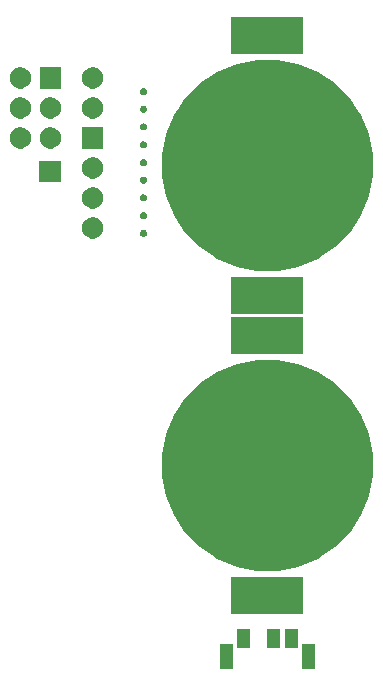
<source format=gbr>
G04 #@! TF.GenerationSoftware,KiCad,Pcbnew,(5.1.6)-1*
G04 #@! TF.CreationDate,2020-06-16T20:45:44-04:00*
G04 #@! TF.ProjectId,SRF Pendants,53524620-5065-46e6-9461-6e74732e6b69,rev?*
G04 #@! TF.SameCoordinates,Original*
G04 #@! TF.FileFunction,Soldermask,Top*
G04 #@! TF.FilePolarity,Negative*
%FSLAX46Y46*%
G04 Gerber Fmt 4.6, Leading zero omitted, Abs format (unit mm)*
G04 Created by KiCad (PCBNEW (5.1.6)-1) date 2020-06-16 20:45:44*
%MOMM*%
%LPD*%
G01*
G04 APERTURE LIST*
%ADD10C,0.100000*%
G04 APERTURE END LIST*
D10*
G36*
X93551000Y-148151000D02*
G01*
X92449000Y-148151000D01*
X92449000Y-146049000D01*
X93551000Y-146049000D01*
X93551000Y-148151000D01*
G37*
G36*
X86551000Y-148151000D02*
G01*
X85449000Y-148151000D01*
X85449000Y-146049000D01*
X86551000Y-146049000D01*
X86551000Y-148151000D01*
G37*
G36*
X88051000Y-146401000D02*
G01*
X86949000Y-146401000D01*
X86949000Y-144799000D01*
X88051000Y-144799000D01*
X88051000Y-146401000D01*
G37*
G36*
X90551000Y-146401000D02*
G01*
X89449000Y-146401000D01*
X89449000Y-144799000D01*
X90551000Y-144799000D01*
X90551000Y-146401000D01*
G37*
G36*
X92051000Y-146401000D02*
G01*
X90949000Y-146401000D01*
X90949000Y-144799000D01*
X92051000Y-144799000D01*
X92051000Y-146401000D01*
G37*
G36*
X92551000Y-143451000D02*
G01*
X86449000Y-143451000D01*
X86449000Y-140349000D01*
X92551000Y-140349000D01*
X92551000Y-143451000D01*
G37*
G36*
X92110909Y-122292981D02*
G01*
X93739887Y-122967726D01*
X93739888Y-122967727D01*
X95205930Y-123947304D01*
X96452696Y-125194070D01*
X97107228Y-126173648D01*
X97432274Y-126660113D01*
X98107019Y-128289091D01*
X98451000Y-130018402D01*
X98451000Y-131781598D01*
X98107019Y-133510909D01*
X97432274Y-135139887D01*
X97432273Y-135139888D01*
X96452696Y-136605930D01*
X95205930Y-137852696D01*
X94226352Y-138507228D01*
X93739887Y-138832274D01*
X92110909Y-139507019D01*
X90381598Y-139851000D01*
X88618402Y-139851000D01*
X86889091Y-139507019D01*
X85260113Y-138832274D01*
X84773648Y-138507228D01*
X83794070Y-137852696D01*
X82547304Y-136605930D01*
X81567727Y-135139888D01*
X81567726Y-135139887D01*
X80892981Y-133510909D01*
X80549000Y-131781598D01*
X80549000Y-130018402D01*
X80892981Y-128289091D01*
X81567726Y-126660113D01*
X81892772Y-126173648D01*
X82547304Y-125194070D01*
X83794070Y-123947304D01*
X85260112Y-122967727D01*
X85260113Y-122967726D01*
X86889091Y-122292981D01*
X88618402Y-121949000D01*
X90381598Y-121949000D01*
X92110909Y-122292981D01*
G37*
G36*
X92551000Y-121451000D02*
G01*
X86449000Y-121451000D01*
X86449000Y-118349000D01*
X92551000Y-118349000D01*
X92551000Y-121451000D01*
G37*
G36*
X92551000Y-118051000D02*
G01*
X86449000Y-118051000D01*
X86449000Y-114949000D01*
X92551000Y-114949000D01*
X92551000Y-118051000D01*
G37*
G36*
X92110909Y-96892981D02*
G01*
X93739887Y-97567726D01*
X93739888Y-97567727D01*
X95205930Y-98547304D01*
X96452696Y-99794070D01*
X96996162Y-100607425D01*
X97432274Y-101260113D01*
X98107019Y-102889091D01*
X98451000Y-104618402D01*
X98451000Y-106381598D01*
X98107019Y-108110909D01*
X97432274Y-109739887D01*
X97366852Y-109837798D01*
X96452696Y-111205930D01*
X95205930Y-112452696D01*
X94226352Y-113107228D01*
X93739887Y-113432274D01*
X92110909Y-114107019D01*
X90381598Y-114451000D01*
X88618402Y-114451000D01*
X86889091Y-114107019D01*
X85260113Y-113432274D01*
X84773648Y-113107228D01*
X83794070Y-112452696D01*
X82547304Y-111205930D01*
X81633148Y-109837798D01*
X81567726Y-109739887D01*
X80892981Y-108110909D01*
X80549000Y-106381598D01*
X80549000Y-104618402D01*
X80892981Y-102889091D01*
X81567726Y-101260113D01*
X82003838Y-100607425D01*
X82547304Y-99794070D01*
X83794070Y-98547304D01*
X85260112Y-97567727D01*
X85260113Y-97567726D01*
X86889091Y-96892981D01*
X88618402Y-96549000D01*
X90381598Y-96549000D01*
X92110909Y-96892981D01*
G37*
G36*
X74813512Y-109903927D02*
G01*
X74962812Y-109933624D01*
X75126784Y-110001544D01*
X75274354Y-110100147D01*
X75399853Y-110225646D01*
X75498456Y-110373216D01*
X75566376Y-110537188D01*
X75601000Y-110711259D01*
X75601000Y-110888741D01*
X75566376Y-111062812D01*
X75498456Y-111226784D01*
X75399853Y-111374354D01*
X75274354Y-111499853D01*
X75126784Y-111598456D01*
X74962812Y-111666376D01*
X74813512Y-111696073D01*
X74788742Y-111701000D01*
X74611258Y-111701000D01*
X74586488Y-111696073D01*
X74437188Y-111666376D01*
X74273216Y-111598456D01*
X74125646Y-111499853D01*
X74000147Y-111374354D01*
X73901544Y-111226784D01*
X73833624Y-111062812D01*
X73799000Y-110888741D01*
X73799000Y-110711259D01*
X73833624Y-110537188D01*
X73901544Y-110373216D01*
X74000147Y-110225646D01*
X74125646Y-110100147D01*
X74273216Y-110001544D01*
X74437188Y-109933624D01*
X74586488Y-109903927D01*
X74611258Y-109899000D01*
X74788742Y-109899000D01*
X74813512Y-109903927D01*
G37*
G36*
X79087797Y-110960567D02*
G01*
X79142575Y-110983257D01*
X79142577Y-110983258D01*
X79191876Y-111016198D01*
X79233802Y-111058124D01*
X79236934Y-111062812D01*
X79266743Y-111107425D01*
X79289433Y-111162203D01*
X79301000Y-111220353D01*
X79301000Y-111279647D01*
X79289433Y-111337797D01*
X79274291Y-111374353D01*
X79266742Y-111392577D01*
X79233802Y-111441876D01*
X79191876Y-111483802D01*
X79142577Y-111516742D01*
X79142576Y-111516743D01*
X79142575Y-111516743D01*
X79087797Y-111539433D01*
X79029647Y-111551000D01*
X78970353Y-111551000D01*
X78912203Y-111539433D01*
X78857425Y-111516743D01*
X78857424Y-111516743D01*
X78857423Y-111516742D01*
X78808124Y-111483802D01*
X78766198Y-111441876D01*
X78733258Y-111392577D01*
X78725709Y-111374353D01*
X78710567Y-111337797D01*
X78699000Y-111279647D01*
X78699000Y-111220353D01*
X78710567Y-111162203D01*
X78733257Y-111107425D01*
X78763066Y-111062812D01*
X78766198Y-111058124D01*
X78808124Y-111016198D01*
X78857423Y-110983258D01*
X78857425Y-110983257D01*
X78912203Y-110960567D01*
X78970353Y-110949000D01*
X79029647Y-110949000D01*
X79087797Y-110960567D01*
G37*
G36*
X79087797Y-109460567D02*
G01*
X79142575Y-109483257D01*
X79142577Y-109483258D01*
X79191876Y-109516198D01*
X79233802Y-109558124D01*
X79266742Y-109607423D01*
X79266743Y-109607425D01*
X79289433Y-109662203D01*
X79301000Y-109720353D01*
X79301000Y-109779647D01*
X79289433Y-109837797D01*
X79266743Y-109892575D01*
X79266742Y-109892577D01*
X79233802Y-109941876D01*
X79191876Y-109983802D01*
X79142577Y-110016742D01*
X79142576Y-110016743D01*
X79142575Y-110016743D01*
X79087797Y-110039433D01*
X79029647Y-110051000D01*
X78970353Y-110051000D01*
X78912203Y-110039433D01*
X78857425Y-110016743D01*
X78857424Y-110016743D01*
X78857423Y-110016742D01*
X78808124Y-109983802D01*
X78766198Y-109941876D01*
X78733258Y-109892577D01*
X78733257Y-109892575D01*
X78710567Y-109837797D01*
X78699000Y-109779647D01*
X78699000Y-109720353D01*
X78710567Y-109662203D01*
X78733257Y-109607425D01*
X78733258Y-109607423D01*
X78766198Y-109558124D01*
X78808124Y-109516198D01*
X78857423Y-109483258D01*
X78857425Y-109483257D01*
X78912203Y-109460567D01*
X78970353Y-109449000D01*
X79029647Y-109449000D01*
X79087797Y-109460567D01*
G37*
G36*
X74813512Y-107363927D02*
G01*
X74962812Y-107393624D01*
X75126784Y-107461544D01*
X75274354Y-107560147D01*
X75399853Y-107685646D01*
X75498456Y-107833216D01*
X75566376Y-107997188D01*
X75588303Y-108107425D01*
X75599199Y-108162202D01*
X75601000Y-108171259D01*
X75601000Y-108348741D01*
X75566376Y-108522812D01*
X75498456Y-108686784D01*
X75399853Y-108834354D01*
X75274354Y-108959853D01*
X75126784Y-109058456D01*
X74962812Y-109126376D01*
X74813512Y-109156073D01*
X74788742Y-109161000D01*
X74611258Y-109161000D01*
X74586488Y-109156073D01*
X74437188Y-109126376D01*
X74273216Y-109058456D01*
X74125646Y-108959853D01*
X74000147Y-108834354D01*
X73901544Y-108686784D01*
X73833624Y-108522812D01*
X73799000Y-108348741D01*
X73799000Y-108171259D01*
X73800802Y-108162202D01*
X73811697Y-108107425D01*
X73833624Y-107997188D01*
X73901544Y-107833216D01*
X74000147Y-107685646D01*
X74125646Y-107560147D01*
X74273216Y-107461544D01*
X74437188Y-107393624D01*
X74586488Y-107363927D01*
X74611258Y-107359000D01*
X74788742Y-107359000D01*
X74813512Y-107363927D01*
G37*
G36*
X79087797Y-107960567D02*
G01*
X79142575Y-107983257D01*
X79142577Y-107983258D01*
X79191876Y-108016198D01*
X79233802Y-108058124D01*
X79266742Y-108107423D01*
X79266743Y-108107425D01*
X79289433Y-108162203D01*
X79301000Y-108220353D01*
X79301000Y-108279647D01*
X79289433Y-108337797D01*
X79284899Y-108348742D01*
X79266742Y-108392577D01*
X79233802Y-108441876D01*
X79191876Y-108483802D01*
X79142577Y-108516742D01*
X79142576Y-108516743D01*
X79142575Y-108516743D01*
X79087797Y-108539433D01*
X79029647Y-108551000D01*
X78970353Y-108551000D01*
X78912203Y-108539433D01*
X78857425Y-108516743D01*
X78857424Y-108516743D01*
X78857423Y-108516742D01*
X78808124Y-108483802D01*
X78766198Y-108441876D01*
X78733258Y-108392577D01*
X78715101Y-108348742D01*
X78710567Y-108337797D01*
X78699000Y-108279647D01*
X78699000Y-108220353D01*
X78710567Y-108162203D01*
X78733257Y-108107425D01*
X78733258Y-108107423D01*
X78766198Y-108058124D01*
X78808124Y-108016198D01*
X78857423Y-107983258D01*
X78857425Y-107983257D01*
X78912203Y-107960567D01*
X78970353Y-107949000D01*
X79029647Y-107949000D01*
X79087797Y-107960567D01*
G37*
G36*
X79087797Y-106460567D02*
G01*
X79142575Y-106483257D01*
X79142577Y-106483258D01*
X79191876Y-106516198D01*
X79233802Y-106558124D01*
X79252678Y-106586375D01*
X79266743Y-106607425D01*
X79289433Y-106662203D01*
X79301000Y-106720353D01*
X79301000Y-106779647D01*
X79289433Y-106837797D01*
X79266743Y-106892575D01*
X79266742Y-106892577D01*
X79233802Y-106941876D01*
X79191876Y-106983802D01*
X79142577Y-107016742D01*
X79142576Y-107016743D01*
X79142575Y-107016743D01*
X79087797Y-107039433D01*
X79029647Y-107051000D01*
X78970353Y-107051000D01*
X78912203Y-107039433D01*
X78857425Y-107016743D01*
X78857424Y-107016743D01*
X78857423Y-107016742D01*
X78808124Y-106983802D01*
X78766198Y-106941876D01*
X78733258Y-106892577D01*
X78733257Y-106892575D01*
X78710567Y-106837797D01*
X78699000Y-106779647D01*
X78699000Y-106720353D01*
X78710567Y-106662203D01*
X78733257Y-106607425D01*
X78747322Y-106586375D01*
X78766198Y-106558124D01*
X78808124Y-106516198D01*
X78857423Y-106483258D01*
X78857425Y-106483257D01*
X78912203Y-106460567D01*
X78970353Y-106449000D01*
X79029647Y-106449000D01*
X79087797Y-106460567D01*
G37*
G36*
X72001000Y-106901000D02*
G01*
X70199000Y-106901000D01*
X70199000Y-105099000D01*
X72001000Y-105099000D01*
X72001000Y-106901000D01*
G37*
G36*
X74813512Y-104823927D02*
G01*
X74962812Y-104853624D01*
X75126784Y-104921544D01*
X75274354Y-105020147D01*
X75399853Y-105145646D01*
X75498456Y-105293216D01*
X75566376Y-105457188D01*
X75601000Y-105631259D01*
X75601000Y-105808741D01*
X75566376Y-105982812D01*
X75498456Y-106146784D01*
X75399853Y-106294354D01*
X75274354Y-106419853D01*
X75126784Y-106518456D01*
X74962812Y-106586376D01*
X74813512Y-106616073D01*
X74788742Y-106621000D01*
X74611258Y-106621000D01*
X74586488Y-106616073D01*
X74437188Y-106586376D01*
X74273216Y-106518456D01*
X74125646Y-106419853D01*
X74000147Y-106294354D01*
X73901544Y-106146784D01*
X73833624Y-105982812D01*
X73799000Y-105808741D01*
X73799000Y-105631259D01*
X73833624Y-105457188D01*
X73901544Y-105293216D01*
X74000147Y-105145646D01*
X74125646Y-105020147D01*
X74273216Y-104921544D01*
X74437188Y-104853624D01*
X74586488Y-104823927D01*
X74611258Y-104819000D01*
X74788742Y-104819000D01*
X74813512Y-104823927D01*
G37*
G36*
X79087797Y-104960567D02*
G01*
X79142575Y-104983257D01*
X79142577Y-104983258D01*
X79191876Y-105016198D01*
X79233802Y-105058124D01*
X79261114Y-105099000D01*
X79266743Y-105107425D01*
X79289433Y-105162203D01*
X79301000Y-105220353D01*
X79301000Y-105279647D01*
X79289433Y-105337797D01*
X79266743Y-105392575D01*
X79266742Y-105392577D01*
X79233802Y-105441876D01*
X79191876Y-105483802D01*
X79142577Y-105516742D01*
X79142576Y-105516743D01*
X79142575Y-105516743D01*
X79087797Y-105539433D01*
X79029647Y-105551000D01*
X78970353Y-105551000D01*
X78912203Y-105539433D01*
X78857425Y-105516743D01*
X78857424Y-105516743D01*
X78857423Y-105516742D01*
X78808124Y-105483802D01*
X78766198Y-105441876D01*
X78733258Y-105392577D01*
X78733257Y-105392575D01*
X78710567Y-105337797D01*
X78699000Y-105279647D01*
X78699000Y-105220353D01*
X78710567Y-105162203D01*
X78733257Y-105107425D01*
X78738886Y-105099000D01*
X78766198Y-105058124D01*
X78808124Y-105016198D01*
X78857423Y-104983258D01*
X78857425Y-104983257D01*
X78912203Y-104960567D01*
X78970353Y-104949000D01*
X79029647Y-104949000D01*
X79087797Y-104960567D01*
G37*
G36*
X68693512Y-102283927D02*
G01*
X68842812Y-102313624D01*
X69006784Y-102381544D01*
X69154354Y-102480147D01*
X69279853Y-102605646D01*
X69378456Y-102753216D01*
X69446376Y-102917188D01*
X69481000Y-103091259D01*
X69481000Y-103268741D01*
X69446376Y-103442812D01*
X69378456Y-103606784D01*
X69279853Y-103754354D01*
X69154354Y-103879853D01*
X69006784Y-103978456D01*
X68842812Y-104046376D01*
X68693512Y-104076073D01*
X68668742Y-104081000D01*
X68491258Y-104081000D01*
X68466488Y-104076073D01*
X68317188Y-104046376D01*
X68153216Y-103978456D01*
X68005646Y-103879853D01*
X67880147Y-103754354D01*
X67781544Y-103606784D01*
X67713624Y-103442812D01*
X67679000Y-103268741D01*
X67679000Y-103091259D01*
X67713624Y-102917188D01*
X67781544Y-102753216D01*
X67880147Y-102605646D01*
X68005646Y-102480147D01*
X68153216Y-102381544D01*
X68317188Y-102313624D01*
X68466488Y-102283927D01*
X68491258Y-102279000D01*
X68668742Y-102279000D01*
X68693512Y-102283927D01*
G37*
G36*
X71233512Y-102283927D02*
G01*
X71382812Y-102313624D01*
X71546784Y-102381544D01*
X71694354Y-102480147D01*
X71819853Y-102605646D01*
X71918456Y-102753216D01*
X71986376Y-102917188D01*
X72021000Y-103091259D01*
X72021000Y-103268741D01*
X71986376Y-103442812D01*
X71918456Y-103606784D01*
X71819853Y-103754354D01*
X71694354Y-103879853D01*
X71546784Y-103978456D01*
X71382812Y-104046376D01*
X71233512Y-104076073D01*
X71208742Y-104081000D01*
X71031258Y-104081000D01*
X71006488Y-104076073D01*
X70857188Y-104046376D01*
X70693216Y-103978456D01*
X70545646Y-103879853D01*
X70420147Y-103754354D01*
X70321544Y-103606784D01*
X70253624Y-103442812D01*
X70219000Y-103268741D01*
X70219000Y-103091259D01*
X70253624Y-102917188D01*
X70321544Y-102753216D01*
X70420147Y-102605646D01*
X70545646Y-102480147D01*
X70693216Y-102381544D01*
X70857188Y-102313624D01*
X71006488Y-102283927D01*
X71031258Y-102279000D01*
X71208742Y-102279000D01*
X71233512Y-102283927D01*
G37*
G36*
X75601000Y-104081000D02*
G01*
X73799000Y-104081000D01*
X73799000Y-102279000D01*
X75601000Y-102279000D01*
X75601000Y-104081000D01*
G37*
G36*
X79087797Y-103460567D02*
G01*
X79142575Y-103483257D01*
X79142577Y-103483258D01*
X79191876Y-103516198D01*
X79233802Y-103558124D01*
X79266315Y-103606784D01*
X79266743Y-103607425D01*
X79289433Y-103662203D01*
X79301000Y-103720353D01*
X79301000Y-103779647D01*
X79289433Y-103837797D01*
X79266743Y-103892575D01*
X79266742Y-103892577D01*
X79233802Y-103941876D01*
X79191876Y-103983802D01*
X79142577Y-104016742D01*
X79142576Y-104016743D01*
X79142575Y-104016743D01*
X79087797Y-104039433D01*
X79029647Y-104051000D01*
X78970353Y-104051000D01*
X78912203Y-104039433D01*
X78857425Y-104016743D01*
X78857424Y-104016743D01*
X78857423Y-104016742D01*
X78808124Y-103983802D01*
X78766198Y-103941876D01*
X78733258Y-103892577D01*
X78733257Y-103892575D01*
X78710567Y-103837797D01*
X78699000Y-103779647D01*
X78699000Y-103720353D01*
X78710567Y-103662203D01*
X78733257Y-103607425D01*
X78733685Y-103606784D01*
X78766198Y-103558124D01*
X78808124Y-103516198D01*
X78857423Y-103483258D01*
X78857425Y-103483257D01*
X78912203Y-103460567D01*
X78970353Y-103449000D01*
X79029647Y-103449000D01*
X79087797Y-103460567D01*
G37*
G36*
X79087797Y-101960567D02*
G01*
X79142575Y-101983257D01*
X79142577Y-101983258D01*
X79191876Y-102016198D01*
X79233802Y-102058124D01*
X79266742Y-102107423D01*
X79266743Y-102107425D01*
X79289433Y-102162203D01*
X79301000Y-102220353D01*
X79301000Y-102279647D01*
X79289433Y-102337797D01*
X79271312Y-102381544D01*
X79266742Y-102392577D01*
X79233802Y-102441876D01*
X79191876Y-102483802D01*
X79142577Y-102516742D01*
X79142576Y-102516743D01*
X79142575Y-102516743D01*
X79087797Y-102539433D01*
X79029647Y-102551000D01*
X78970353Y-102551000D01*
X78912203Y-102539433D01*
X78857425Y-102516743D01*
X78857424Y-102516743D01*
X78857423Y-102516742D01*
X78808124Y-102483802D01*
X78766198Y-102441876D01*
X78733258Y-102392577D01*
X78728688Y-102381544D01*
X78710567Y-102337797D01*
X78699000Y-102279647D01*
X78699000Y-102220353D01*
X78710567Y-102162203D01*
X78733257Y-102107425D01*
X78733258Y-102107423D01*
X78766198Y-102058124D01*
X78808124Y-102016198D01*
X78857423Y-101983258D01*
X78857425Y-101983257D01*
X78912203Y-101960567D01*
X78970353Y-101949000D01*
X79029647Y-101949000D01*
X79087797Y-101960567D01*
G37*
G36*
X74813512Y-99743927D02*
G01*
X74962812Y-99773624D01*
X75126784Y-99841544D01*
X75274354Y-99940147D01*
X75399853Y-100065646D01*
X75498456Y-100213216D01*
X75566376Y-100377188D01*
X75601000Y-100551259D01*
X75601000Y-100728741D01*
X75566376Y-100902812D01*
X75498456Y-101066784D01*
X75399853Y-101214354D01*
X75274354Y-101339853D01*
X75126784Y-101438456D01*
X74962812Y-101506376D01*
X74813512Y-101536073D01*
X74788742Y-101541000D01*
X74611258Y-101541000D01*
X74586488Y-101536073D01*
X74437188Y-101506376D01*
X74273216Y-101438456D01*
X74125646Y-101339853D01*
X74000147Y-101214354D01*
X73901544Y-101066784D01*
X73833624Y-100902812D01*
X73799000Y-100728741D01*
X73799000Y-100551259D01*
X73833624Y-100377188D01*
X73901544Y-100213216D01*
X74000147Y-100065646D01*
X74125646Y-99940147D01*
X74273216Y-99841544D01*
X74437188Y-99773624D01*
X74586488Y-99743927D01*
X74611258Y-99739000D01*
X74788742Y-99739000D01*
X74813512Y-99743927D01*
G37*
G36*
X68693512Y-99743927D02*
G01*
X68842812Y-99773624D01*
X69006784Y-99841544D01*
X69154354Y-99940147D01*
X69279853Y-100065646D01*
X69378456Y-100213216D01*
X69446376Y-100377188D01*
X69481000Y-100551259D01*
X69481000Y-100728741D01*
X69446376Y-100902812D01*
X69378456Y-101066784D01*
X69279853Y-101214354D01*
X69154354Y-101339853D01*
X69006784Y-101438456D01*
X68842812Y-101506376D01*
X68693512Y-101536073D01*
X68668742Y-101541000D01*
X68491258Y-101541000D01*
X68466488Y-101536073D01*
X68317188Y-101506376D01*
X68153216Y-101438456D01*
X68005646Y-101339853D01*
X67880147Y-101214354D01*
X67781544Y-101066784D01*
X67713624Y-100902812D01*
X67679000Y-100728741D01*
X67679000Y-100551259D01*
X67713624Y-100377188D01*
X67781544Y-100213216D01*
X67880147Y-100065646D01*
X68005646Y-99940147D01*
X68153216Y-99841544D01*
X68317188Y-99773624D01*
X68466488Y-99743927D01*
X68491258Y-99739000D01*
X68668742Y-99739000D01*
X68693512Y-99743927D01*
G37*
G36*
X71233512Y-99743927D02*
G01*
X71382812Y-99773624D01*
X71546784Y-99841544D01*
X71694354Y-99940147D01*
X71819853Y-100065646D01*
X71918456Y-100213216D01*
X71986376Y-100377188D01*
X72021000Y-100551259D01*
X72021000Y-100728741D01*
X71986376Y-100902812D01*
X71918456Y-101066784D01*
X71819853Y-101214354D01*
X71694354Y-101339853D01*
X71546784Y-101438456D01*
X71382812Y-101506376D01*
X71233512Y-101536073D01*
X71208742Y-101541000D01*
X71031258Y-101541000D01*
X71006488Y-101536073D01*
X70857188Y-101506376D01*
X70693216Y-101438456D01*
X70545646Y-101339853D01*
X70420147Y-101214354D01*
X70321544Y-101066784D01*
X70253624Y-100902812D01*
X70219000Y-100728741D01*
X70219000Y-100551259D01*
X70253624Y-100377188D01*
X70321544Y-100213216D01*
X70420147Y-100065646D01*
X70545646Y-99940147D01*
X70693216Y-99841544D01*
X70857188Y-99773624D01*
X71006488Y-99743927D01*
X71031258Y-99739000D01*
X71208742Y-99739000D01*
X71233512Y-99743927D01*
G37*
G36*
X79087797Y-100460567D02*
G01*
X79142575Y-100483257D01*
X79142577Y-100483258D01*
X79191876Y-100516198D01*
X79233802Y-100558124D01*
X79266742Y-100607423D01*
X79266743Y-100607425D01*
X79289433Y-100662203D01*
X79301000Y-100720353D01*
X79301000Y-100779647D01*
X79289433Y-100837797D01*
X79266743Y-100892575D01*
X79266742Y-100892577D01*
X79233802Y-100941876D01*
X79191876Y-100983802D01*
X79142577Y-101016742D01*
X79142576Y-101016743D01*
X79142575Y-101016743D01*
X79087797Y-101039433D01*
X79029647Y-101051000D01*
X78970353Y-101051000D01*
X78912203Y-101039433D01*
X78857425Y-101016743D01*
X78857424Y-101016743D01*
X78857423Y-101016742D01*
X78808124Y-100983802D01*
X78766198Y-100941876D01*
X78733258Y-100892577D01*
X78733257Y-100892575D01*
X78710567Y-100837797D01*
X78699000Y-100779647D01*
X78699000Y-100720353D01*
X78710567Y-100662203D01*
X78733257Y-100607425D01*
X78733258Y-100607423D01*
X78766198Y-100558124D01*
X78808124Y-100516198D01*
X78857423Y-100483258D01*
X78857425Y-100483257D01*
X78912203Y-100460567D01*
X78970353Y-100449000D01*
X79029647Y-100449000D01*
X79087797Y-100460567D01*
G37*
G36*
X79087797Y-98960567D02*
G01*
X79142575Y-98983257D01*
X79142577Y-98983258D01*
X79191876Y-99016198D01*
X79233802Y-99058124D01*
X79266742Y-99107423D01*
X79266743Y-99107425D01*
X79289433Y-99162203D01*
X79301000Y-99220353D01*
X79301000Y-99279647D01*
X79289433Y-99337797D01*
X79266743Y-99392575D01*
X79266742Y-99392577D01*
X79233802Y-99441876D01*
X79191876Y-99483802D01*
X79142577Y-99516742D01*
X79142576Y-99516743D01*
X79142575Y-99516743D01*
X79087797Y-99539433D01*
X79029647Y-99551000D01*
X78970353Y-99551000D01*
X78912203Y-99539433D01*
X78857425Y-99516743D01*
X78857424Y-99516743D01*
X78857423Y-99516742D01*
X78808124Y-99483802D01*
X78766198Y-99441876D01*
X78733258Y-99392577D01*
X78733257Y-99392575D01*
X78710567Y-99337797D01*
X78699000Y-99279647D01*
X78699000Y-99220353D01*
X78710567Y-99162203D01*
X78733257Y-99107425D01*
X78733258Y-99107423D01*
X78766198Y-99058124D01*
X78808124Y-99016198D01*
X78857423Y-98983258D01*
X78857425Y-98983257D01*
X78912203Y-98960567D01*
X78970353Y-98949000D01*
X79029647Y-98949000D01*
X79087797Y-98960567D01*
G37*
G36*
X74813512Y-97203927D02*
G01*
X74962812Y-97233624D01*
X75126784Y-97301544D01*
X75274354Y-97400147D01*
X75399853Y-97525646D01*
X75498456Y-97673216D01*
X75566376Y-97837188D01*
X75601000Y-98011259D01*
X75601000Y-98188741D01*
X75566376Y-98362812D01*
X75498456Y-98526784D01*
X75399853Y-98674354D01*
X75274354Y-98799853D01*
X75126784Y-98898456D01*
X74962812Y-98966376D01*
X74813512Y-98996073D01*
X74788742Y-99001000D01*
X74611258Y-99001000D01*
X74586488Y-98996073D01*
X74437188Y-98966376D01*
X74273216Y-98898456D01*
X74125646Y-98799853D01*
X74000147Y-98674354D01*
X73901544Y-98526784D01*
X73833624Y-98362812D01*
X73799000Y-98188741D01*
X73799000Y-98011259D01*
X73833624Y-97837188D01*
X73901544Y-97673216D01*
X74000147Y-97525646D01*
X74125646Y-97400147D01*
X74273216Y-97301544D01*
X74437188Y-97233624D01*
X74586488Y-97203927D01*
X74611258Y-97199000D01*
X74788742Y-97199000D01*
X74813512Y-97203927D01*
G37*
G36*
X72021000Y-99001000D02*
G01*
X70219000Y-99001000D01*
X70219000Y-97199000D01*
X72021000Y-97199000D01*
X72021000Y-99001000D01*
G37*
G36*
X68693512Y-97203927D02*
G01*
X68842812Y-97233624D01*
X69006784Y-97301544D01*
X69154354Y-97400147D01*
X69279853Y-97525646D01*
X69378456Y-97673216D01*
X69446376Y-97837188D01*
X69481000Y-98011259D01*
X69481000Y-98188741D01*
X69446376Y-98362812D01*
X69378456Y-98526784D01*
X69279853Y-98674354D01*
X69154354Y-98799853D01*
X69006784Y-98898456D01*
X68842812Y-98966376D01*
X68693512Y-98996073D01*
X68668742Y-99001000D01*
X68491258Y-99001000D01*
X68466488Y-98996073D01*
X68317188Y-98966376D01*
X68153216Y-98898456D01*
X68005646Y-98799853D01*
X67880147Y-98674354D01*
X67781544Y-98526784D01*
X67713624Y-98362812D01*
X67679000Y-98188741D01*
X67679000Y-98011259D01*
X67713624Y-97837188D01*
X67781544Y-97673216D01*
X67880147Y-97525646D01*
X68005646Y-97400147D01*
X68153216Y-97301544D01*
X68317188Y-97233624D01*
X68466488Y-97203927D01*
X68491258Y-97199000D01*
X68668742Y-97199000D01*
X68693512Y-97203927D01*
G37*
G36*
X92551000Y-96051000D02*
G01*
X86449000Y-96051000D01*
X86449000Y-92949000D01*
X92551000Y-92949000D01*
X92551000Y-96051000D01*
G37*
M02*

</source>
